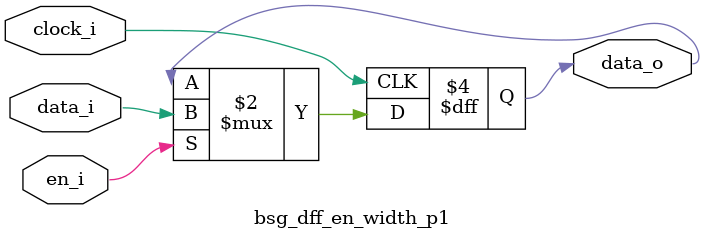
<source format=v>

module bsg_dff_en_width_p1
(
  clock_i,
  data_i,
  en_i,
  data_o
);

  input [0:0] data_i;
  output [0:0] data_o;
  input clock_i;
  input en_i;
  reg [0:0] data_o;

  always @(posedge clock_i) begin
    if(en_i) begin
      data_o[0] <= data_i[0];
    end 
  end


endmodule
</source>
